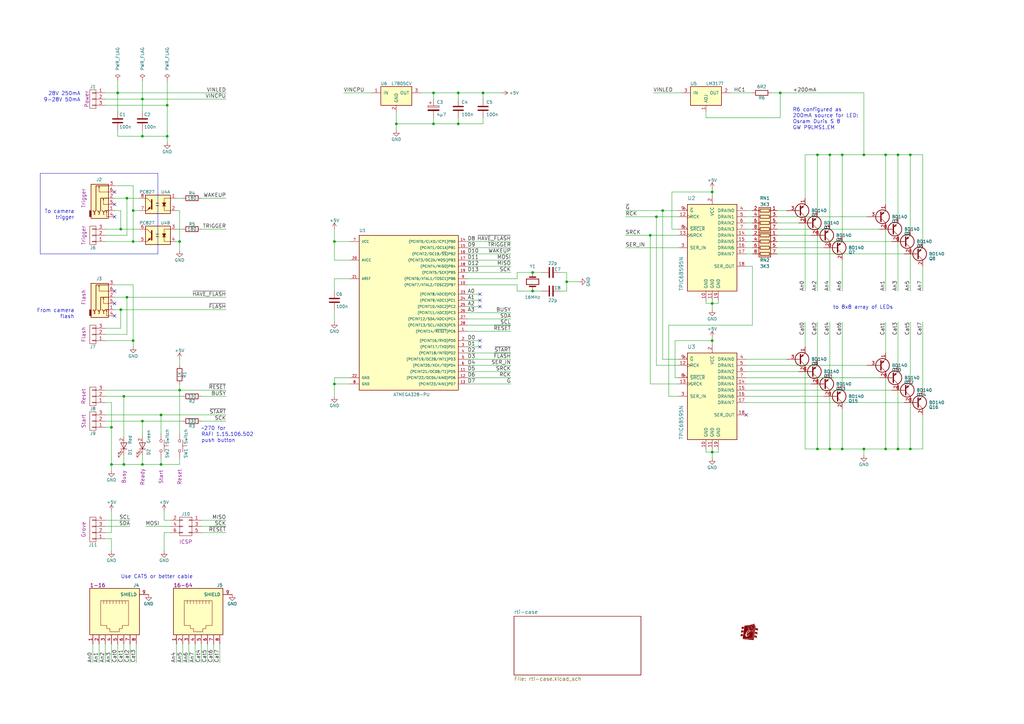
<source format=kicad_sch>
(kicad_sch (version 20230121) (generator eeschema)
  (paper "A3")
  (title_block (title "LED-Driver for RTI v 1.0") (rev "0.2") (company "CCeH Secret Labs"))
  (junction (at 340.36 63.5))
  (junction (at 48.26 38.1))
  (junction (at 50.8 162.56))
  (junction (at 177.8 38.1))
  (junction (at 177.8 50.8))
  (junction (at 68.58 43.18))
  (junction (at 292.1 139.7))
  (junction (at 335.28 63.5))
  (junction (at 187.96 38.1))
  (junction (at 363.22 63.5))
  (junction (at 58.42 190.5))
  (junction (at 54.61 139.7))
  (junction (at 58.42 40.64))
  (junction (at 137.16 99.06))
  (junction (at 232.41 115.57))
  (junction (at 50.8 190.5))
  (junction (at 373.38 184.15))
  (junction (at 73.66 160.02))
  (junction (at 198.12 38.1))
  (junction (at 368.3 63.5))
  (junction (at 54.61 99.06))
  (junction (at 49.53 127))
  (junction (at 66.04 190.5))
  (junction (at 354.33 184.15))
  (junction (at 373.38 63.5))
  (junction (at 45.72 190.5))
  (junction (at 368.3 184.15))
  (junction (at 266.7 96.52))
  (junction (at 54.61 86.36))
  (junction (at 66.04 170.18))
  (junction (at 68.58 55.88))
  (junction (at 218.44 119.38))
  (junction (at 137.16 157.48))
  (junction (at 271.78 86.36))
  (junction (at 49.53 93.98))
  (junction (at 292.1 124.46))
  (junction (at 354.33 63.5))
  (junction (at 340.36 184.15))
  (junction (at 363.22 184.15))
  (junction (at 58.42 55.88))
  (junction (at 187.96 50.8))
  (junction (at 335.28 184.15))
  (junction (at 162.56 50.8))
  (junction (at 45.72 175.26))
  (junction (at 73.66 99.06))
  (junction (at 345.44 63.5))
  (junction (at 58.42 172.72))
  (junction (at 292.1 185.42))
  (junction (at 269.24 88.9))
  (junction (at 52.07 121.92))
  (junction (at 320.04 38.1))
  (junction (at 292.1 78.74))
  (junction (at 218.44 111.76))
  (junction (at 345.44 184.15))
  (junction (at 52.07 81.28))
  (no_connect (at 46.99 78.74))
  (no_connect (at 196.85 125.73))
  (no_connect (at 46.99 119.38))
  (no_connect (at 46.99 124.46))
  (no_connect (at 196.85 139.7))
  (no_connect (at 196.85 142.24))
  (no_connect (at 46.99 83.82))
  (no_connect (at 46.99 88.9))
  (no_connect (at 196.85 120.65))
  (no_connect (at 196.85 123.19))
  (no_connect (at 46.99 129.54))
  (no_connect (at 306.07 170.18))
  (wire (pts (xy 45.72 220.98) (xy 45.72 226.06)))
  (wire (pts (xy 365.76 160.02) (xy 306.07 160.02)))
  (wire (pts (xy 73.66 160.02) (xy 92.71 160.02)))
  (wire (pts (xy 209.55 154.94) (xy 191.77 154.94)))
  (wire (pts (xy 271.78 86.36) (xy 271.78 147.32)))
  (wire (pts (xy 58.42 172.72) (xy 58.42 179.07)))
  (wire (pts (xy 73.66 149.86) (xy 73.66 147.32)))
  (wire (pts (xy 354.33 63.5) (xy 363.22 63.5)))
  (wire (pts (xy 294.64 124.46) (xy 294.64 123.19)))
  (wire (pts (xy 256.54 96.52) (xy 266.7 96.52)))
  (wire (pts (xy 335.28 63.5) (xy 340.36 63.5)))
  (wire (pts (xy 54.61 99.06) (xy 57.15 99.06)))
  (wire (pts (xy 45.72 190.5) (xy 45.72 193.04)))
  (wire (pts (xy 72.39 264.16) (xy 72.39 271.78)))
  (wire (pts (xy 299.72 38.1) (xy 308.61 38.1)))
  (wire (pts (xy 43.18 43.18) (xy 68.58 43.18)))
  (wire (pts (xy 43.18 139.7) (xy 54.61 139.7)))
  (wire (pts (xy 373.38 165.1) (xy 373.38 184.15)))
  (wire (pts (xy 232.41 115.57) (xy 237.49 115.57)))
  (wire (pts (xy 306.07 99.06) (xy 308.61 99.06)))
  (wire (pts (xy 137.16 127) (xy 137.16 132.08)))
  (wire (pts (xy 73.66 190.5) (xy 73.66 187.96)))
  (wire (pts (xy 50.8 162.56) (xy 74.93 162.56)))
  (wire (pts (xy 330.2 81.28) (xy 330.2 63.5)))
  (wire (pts (xy 354.33 184.15) (xy 354.33 186.69)))
  (wire (pts (xy 137.16 93.98) (xy 137.16 99.06)))
  (wire (pts (xy 58.42 40.64) (xy 92.71 40.64)))
  (wire (pts (xy 46.99 86.36) (xy 49.53 86.36)))
  (wire (pts (xy 196.85 120.65) (xy 191.77 120.65)))
  (wire (pts (xy 335.28 96.52) (xy 335.28 119.38)))
  (wire (pts (xy 363.22 63.5) (xy 368.3 63.5)))
  (wire (pts (xy 316.23 38.1) (xy 320.04 38.1)))
  (wire (pts (xy 48.26 38.1) (xy 48.26 45.72)))
  (wire (pts (xy 68.58 43.18) (xy 68.58 55.88)))
  (wire (pts (xy 292.1 138.43) (xy 292.1 139.7)))
  (wire (pts (xy 143.51 99.06) (xy 137.16 99.06)))
  (wire (pts (xy 45.72 190.5) (xy 50.8 190.5)))
  (wire (pts (xy 363.22 154.94) (xy 363.22 184.15)))
  (wire (pts (xy 256.54 86.36) (xy 271.78 86.36)))
  (wire (pts (xy 289.56 185.42) (xy 292.1 185.42)))
  (wire (pts (xy 292.1 185.42) (xy 292.1 187.96)))
  (wire (pts (xy 43.18 99.06) (xy 54.61 99.06)))
  (wire (pts (xy 177.8 50.8) (xy 177.8 48.26)))
  (wire (pts (xy 48.26 264.16) (xy 48.26 271.78)))
  (wire (pts (xy 212.09 119.38) (xy 218.44 119.38)))
  (wire (pts (xy 58.42 53.34) (xy 58.42 55.88)))
  (wire (pts (xy 43.18 213.36) (xy 53.34 213.36)))
  (wire (pts (xy 191.77 135.89) (xy 209.55 135.89)))
  (wire (pts (xy 289.56 123.19) (xy 289.56 124.46)))
  (wire (pts (xy 368.3 160.02) (xy 368.3 184.15)))
  (wire (pts (xy 212.09 111.76) (xy 218.44 111.76)))
  (wire (pts (xy 275.59 93.98) (xy 275.59 78.74)))
  (wire (pts (xy 318.77 104.14) (xy 370.84 104.14)))
  (wire (pts (xy 54.61 86.36) (xy 54.61 99.06)))
  (wire (pts (xy 162.56 50.8) (xy 177.8 50.8)))
  (wire (pts (xy 345.44 96.52) (xy 345.44 63.5)))
  (wire (pts (xy 196.85 123.19) (xy 191.77 123.19)))
  (wire (pts (xy 279.4 38.1) (xy 267.97 38.1)))
  (wire (pts (xy 198.12 38.1) (xy 205.74 38.1)))
  (wire (pts (xy 49.53 93.98) (xy 57.15 93.98)))
  (polyline (pts (xy 64.77 71.12) (xy 64.77 104.14)))
  (wire (pts (xy 43.18 175.26) (xy 45.72 175.26)))
  (wire (pts (xy 373.38 132.08) (xy 373.38 154.94)))
  (wire (pts (xy 292.1 77.47) (xy 292.1 78.74)))
  (wire (pts (xy 232.41 119.38) (xy 229.87 119.38)))
  (wire (pts (xy 54.61 76.2) (xy 46.99 76.2)))
  (wire (pts (xy 306.07 86.36) (xy 308.61 86.36)))
  (wire (pts (xy 318.77 91.44) (xy 327.66 91.44)))
  (wire (pts (xy 48.26 38.1) (xy 92.71 38.1)))
  (wire (pts (xy 137.16 114.3) (xy 143.51 114.3)))
  (wire (pts (xy 209.55 101.6) (xy 191.77 101.6)))
  (wire (pts (xy 177.8 38.1) (xy 187.96 38.1)))
  (wire (pts (xy 256.54 88.9) (xy 269.24 88.9)))
  (wire (pts (xy 278.13 154.94) (xy 276.86 154.94)))
  (wire (pts (xy 43.18 162.56) (xy 50.8 162.56)))
  (wire (pts (xy 209.55 157.48) (xy 191.77 157.48)))
  (wire (pts (xy 209.55 111.76) (xy 191.77 111.76)))
  (wire (pts (xy 43.18 137.16) (xy 52.07 137.16)))
  (wire (pts (xy 330.2 152.4) (xy 330.2 184.15)))
  (wire (pts (xy 292.1 78.74) (xy 292.1 80.01)))
  (wire (pts (xy 58.42 190.5) (xy 58.42 186.69)))
  (wire (pts (xy 378.46 63.5) (xy 378.46 99.06)))
  (wire (pts (xy 306.07 109.22) (xy 308.61 109.22)))
  (wire (pts (xy 340.36 184.15) (xy 345.44 184.15)))
  (wire (pts (xy 177.8 50.8) (xy 187.96 50.8)))
  (wire (pts (xy 72.39 81.28) (xy 74.93 81.28)))
  (wire (pts (xy 137.16 157.48) (xy 137.16 162.56)))
  (wire (pts (xy 140.97 38.1) (xy 152.4 38.1)))
  (wire (pts (xy 292.1 185.42) (xy 294.64 185.42)))
  (wire (pts (xy 137.16 157.48) (xy 143.51 157.48)))
  (wire (pts (xy 87.63 264.16) (xy 87.63 271.78)))
  (wire (pts (xy 306.07 104.14) (xy 308.61 104.14)))
  (wire (pts (xy 52.07 96.52) (xy 52.07 81.28)))
  (wire (pts (xy 318.77 86.36) (xy 322.58 86.36)))
  (wire (pts (xy 66.04 177.8) (xy 66.04 170.18)))
  (wire (pts (xy 292.1 124.46) (xy 292.1 127)))
  (wire (pts (xy 66.04 170.18) (xy 92.71 170.18)))
  (wire (pts (xy 90.17 264.16) (xy 90.17 271.78)))
  (wire (pts (xy 43.18 96.52) (xy 52.07 96.52)))
  (wire (pts (xy 368.3 184.15) (xy 373.38 184.15)))
  (wire (pts (xy 209.55 147.32) (xy 191.77 147.32)))
  (wire (pts (xy 43.18 172.72) (xy 58.42 172.72)))
  (wire (pts (xy 49.53 127) (xy 92.71 127)))
  (wire (pts (xy 54.61 76.2) (xy 54.61 86.36)))
  (wire (pts (xy 306.07 101.6) (xy 308.61 101.6)))
  (wire (pts (xy 289.56 45.72) (xy 289.56 48.26)))
  (wire (pts (xy 306.07 162.56) (xy 337.82 162.56)))
  (wire (pts (xy 43.18 218.44) (xy 45.72 218.44)))
  (wire (pts (xy 345.44 184.15) (xy 354.33 184.15)))
  (wire (pts (xy 46.99 127) (xy 49.53 127)))
  (wire (pts (xy 368.3 132.08) (xy 368.3 149.86)))
  (wire (pts (xy 43.18 165.1) (xy 45.72 165.1)))
  (wire (pts (xy 58.42 33.02) (xy 58.42 40.64)))
  (wire (pts (xy 345.44 106.68) (xy 345.44 119.38)))
  (wire (pts (xy 38.1 264.16) (xy 38.1 271.78)))
  (wire (pts (xy 289.56 185.42) (xy 289.56 184.15)))
  (wire (pts (xy 198.12 50.8) (xy 198.12 48.26)))
  (wire (pts (xy 43.18 215.9) (xy 53.34 215.9)))
  (wire (pts (xy 212.09 114.3) (xy 212.09 111.76)))
  (polyline (pts (xy 64.77 104.14) (xy 16.51 104.14)))
  (wire (pts (xy 52.07 81.28) (xy 57.15 81.28)))
  (wire (pts (xy 198.12 38.1) (xy 198.12 40.64)))
  (wire (pts (xy 172.72 38.1) (xy 177.8 38.1)))
  (wire (pts (xy 43.18 220.98) (xy 45.72 220.98)))
  (wire (pts (xy 162.56 45.72) (xy 162.56 50.8)))
  (wire (pts (xy 306.07 157.48) (xy 332.74 157.48)))
  (wire (pts (xy 48.26 33.02) (xy 48.26 38.1)))
  (wire (pts (xy 196.85 139.7) (xy 191.77 139.7)))
  (wire (pts (xy 292.1 124.46) (xy 294.64 124.46)))
  (wire (pts (xy 292.1 123.19) (xy 292.1 124.46)))
  (wire (pts (xy 85.09 264.16) (xy 85.09 271.78)))
  (wire (pts (xy 82.55 213.36) (xy 92.71 213.36)))
  (wire (pts (xy 209.55 144.78) (xy 191.77 144.78)))
  (wire (pts (xy 58.42 190.5) (xy 66.04 190.5)))
  (wire (pts (xy 191.77 133.35) (xy 209.55 133.35)))
  (wire (pts (xy 335.28 147.32) (xy 335.28 132.08)))
  (wire (pts (xy 308.61 133.35) (xy 274.32 133.35)))
  (wire (pts (xy 66.04 190.5) (xy 73.66 190.5)))
  (wire (pts (xy 340.36 63.5) (xy 345.44 63.5)))
  (wire (pts (xy 330.2 91.44) (xy 330.2 119.38)))
  (wire (pts (xy 289.56 48.26) (xy 320.04 48.26)))
  (wire (pts (xy 137.16 119.38) (xy 137.16 114.3)))
  (wire (pts (xy 137.16 154.94) (xy 137.16 157.48)))
  (wire (pts (xy 209.55 104.14) (xy 191.77 104.14)))
  (wire (pts (xy 73.66 160.02) (xy 73.66 177.8)))
  (wire (pts (xy 378.46 184.15) (xy 378.46 170.18)))
  (wire (pts (xy 69.85 213.36) (xy 67.31 213.36)))
  (wire (pts (xy 266.7 96.52) (xy 278.13 96.52)))
  (wire (pts (xy 335.28 184.15) (xy 340.36 184.15)))
  (wire (pts (xy 274.32 162.56) (xy 278.13 162.56)))
  (wire (pts (xy 363.22 184.15) (xy 368.3 184.15)))
  (wire (pts (xy 49.53 86.36) (xy 49.53 93.98)))
  (wire (pts (xy 45.72 175.26) (xy 45.72 190.5)))
  (wire (pts (xy 43.18 93.98) (xy 49.53 93.98)))
  (wire (pts (xy 330.2 142.24) (xy 330.2 132.08)))
  (wire (pts (xy 373.38 119.38) (xy 373.38 104.14)))
  (wire (pts (xy 354.33 38.1) (xy 354.33 63.5)))
  (wire (pts (xy 363.22 83.82) (xy 363.22 63.5)))
  (wire (pts (xy 46.99 121.92) (xy 52.07 121.92)))
  (wire (pts (xy 55.88 264.16) (xy 55.88 271.78)))
  (wire (pts (xy 278.13 93.98) (xy 275.59 93.98)))
  (wire (pts (xy 191.77 116.84) (xy 212.09 116.84)))
  (wire (pts (xy 340.36 101.6) (xy 340.36 119.38)))
  (wire (pts (xy 378.46 109.22) (xy 378.46 119.38)))
  (wire (pts (xy 335.28 157.48) (xy 335.28 184.15)))
  (wire (pts (xy 306.07 149.86) (xy 355.6 149.86)))
  (wire (pts (xy 191.77 128.27) (xy 209.55 128.27)))
  (wire (pts (xy 209.55 152.4) (xy 191.77 152.4)))
  (wire (pts (xy 77.47 264.16) (xy 77.47 271.78)))
  (wire (pts (xy 48.26 55.88) (xy 58.42 55.88)))
  (wire (pts (xy 330.2 184.15) (xy 335.28 184.15)))
  (wire (pts (xy 187.96 50.8) (xy 187.96 48.26)))
  (wire (pts (xy 306.07 154.94) (xy 360.68 154.94)))
  (wire (pts (xy 187.96 38.1) (xy 198.12 38.1)))
  (wire (pts (xy 54.61 116.84) (xy 54.61 139.7)))
  (wire (pts (xy 162.56 50.8) (xy 162.56 53.34)))
  (polyline (pts (xy 16.51 71.12) (xy 64.77 71.12)))
  (wire (pts (xy 67.31 218.44) (xy 67.31 226.06)))
  (wire (pts (xy 308.61 109.22) (xy 308.61 133.35)))
  (wire (pts (xy 340.36 91.44) (xy 340.36 63.5)))
  (wire (pts (xy 191.77 114.3) (xy 212.09 114.3)))
  (wire (pts (xy 276.86 139.7) (xy 292.1 139.7)))
  (wire (pts (xy 82.55 162.56) (xy 92.71 162.56)))
  (wire (pts (xy 276.86 154.94) (xy 276.86 139.7)))
  (wire (pts (xy 43.18 170.18) (xy 66.04 170.18)))
  (wire (pts (xy 53.34 264.16) (xy 53.34 271.78)))
  (wire (pts (xy 306.07 147.32) (xy 322.58 147.32)))
  (wire (pts (xy 340.36 162.56) (xy 340.36 184.15)))
  (wire (pts (xy 196.85 125.73) (xy 191.77 125.73)))
  (wire (pts (xy 368.3 63.5) (xy 373.38 63.5)))
  (wire (pts (xy 137.16 99.06) (xy 137.16 106.68)))
  (wire (pts (xy 73.66 86.36) (xy 73.66 99.06)))
  (wire (pts (xy 68.58 33.02) (xy 68.58 43.18)))
  (wire (pts (xy 373.38 93.98) (xy 373.38 63.5)))
  (wire (pts (xy 209.55 109.22) (xy 191.77 109.22)))
  (wire (pts (xy 209.55 106.68) (xy 191.77 106.68)))
  (wire (pts (xy 363.22 119.38) (xy 363.22 93.98)))
  (wire (pts (xy 40.64 264.16) (xy 40.64 271.78)))
  (wire (pts (xy 74.93 264.16) (xy 74.93 271.78)))
  (wire (pts (xy 92.71 218.44) (xy 82.55 218.44)))
  (wire (pts (xy 306.07 152.4) (xy 327.66 152.4)))
  (wire (pts (xy 345.44 157.48) (xy 345.44 132.08)))
  (wire (pts (xy 306.07 91.44) (xy 308.61 91.44)))
  (wire (pts (xy 59.69 215.9) (xy 69.85 215.9)))
  (wire (pts (xy 45.72 264.16) (xy 45.72 271.78)))
  (wire (pts (xy 318.77 93.98) (xy 360.68 93.98)))
  (wire (pts (xy 306.07 96.52) (xy 308.61 96.52)))
  (wire (pts (xy 68.58 55.88) (xy 68.58 58.42)))
  (wire (pts (xy 74.93 93.98) (xy 72.39 93.98)))
  (wire (pts (xy 368.3 99.06) (xy 368.3 119.38)))
  (wire (pts (xy 52.07 121.92) (xy 92.71 121.92)))
  (wire (pts (xy 271.78 147.32) (xy 278.13 147.32)))
  (wire (pts (xy 80.01 264.16) (xy 80.01 271.78)))
  (wire (pts (xy 218.44 119.38) (xy 222.25 119.38)))
  (wire (pts (xy 48.26 53.34) (xy 48.26 55.88)))
  (wire (pts (xy 50.8 179.07) (xy 50.8 162.56)))
  (wire (pts (xy 177.8 38.1) (xy 177.8 40.64)))
  (wire (pts (xy 306.07 93.98) (xy 308.61 93.98)))
  (wire (pts (xy 345.44 63.5) (xy 354.33 63.5)))
  (wire (pts (xy 92.71 93.98) (xy 82.55 93.98)))
  (wire (pts (xy 58.42 55.88) (xy 68.58 55.88)))
  (wire (pts (xy 320.04 48.26) (xy 320.04 38.1)))
  (wire (pts (xy 43.18 264.16) (xy 43.18 271.78)))
  (wire (pts (xy 187.96 50.8) (xy 198.12 50.8)))
  (wire (pts (xy 54.61 139.7) (xy 54.61 142.24)))
  (wire (pts (xy 45.72 165.1) (xy 45.72 175.26)))
  (wire (pts (xy 368.3 88.9) (xy 368.3 63.5)))
  (wire (pts (xy 45.72 218.44) (xy 45.72 209.55)))
  (wire (pts (xy 275.59 78.74) (xy 292.1 78.74)))
  (wire (pts (xy 289.56 124.46) (xy 292.1 124.46)))
  (wire (pts (xy 69.85 218.44) (xy 67.31 218.44)))
  (wire (pts (xy 232.41 111.76) (xy 232.41 115.57)))
  (wire (pts (xy 58.42 172.72) (xy 74.93 172.72)))
  (wire (pts (xy 58.42 40.64) (xy 58.42 45.72)))
  (wire (pts (xy 92.71 215.9) (xy 82.55 215.9)))
  (wire (pts (xy 292.1 184.15) (xy 292.1 185.42)))
  (wire (pts (xy 278.13 101.6) (xy 256.54 101.6)))
  (wire (pts (xy 335.28 86.36) (xy 335.28 63.5)))
  (wire (pts (xy 229.87 111.76) (xy 232.41 111.76)))
  (wire (pts (xy 73.66 99.06) (xy 72.39 99.06)))
  (wire (pts (xy 43.18 38.1) (xy 48.26 38.1)))
  (wire (pts (xy 266.7 96.52) (xy 266.7 157.48)))
  (wire (pts (xy 378.46 132.08) (xy 378.46 160.02)))
  (wire (pts (xy 218.44 111.76) (xy 222.25 111.76)))
  (wire (pts (xy 54.61 86.36) (xy 57.15 86.36)))
  (wire (pts (xy 43.18 40.64) (xy 58.42 40.64)))
  (wire (pts (xy 50.8 190.5) (xy 58.42 190.5)))
  (wire (pts (xy 52.07 137.16) (xy 52.07 121.92)))
  (wire (pts (xy 318.77 96.52) (xy 332.74 96.52)))
  (wire (pts (xy 363.22 144.78) (xy 363.22 132.08)))
  (wire (pts (xy 318.77 101.6) (xy 337.82 101.6)))
  (wire (pts (xy 209.55 99.06) (xy 191.77 99.06)))
  (wire (pts (xy 191.77 130.81) (xy 209.55 130.81)))
  (wire (pts (xy 345.44 167.64) (xy 345.44 184.15)))
  (wire (pts (xy 50.8 190.5) (xy 50.8 186.69)))
  (wire (pts (xy 269.24 149.86) (xy 278.13 149.86)))
  (wire (pts (xy 292.1 139.7) (xy 292.1 140.97)))
  (wire (pts (xy 269.24 88.9) (xy 269.24 149.86)))
  (wire (pts (xy 72.39 86.36) (xy 73.66 86.36)))
  (wire (pts (xy 82.55 172.72) (xy 92.71 172.72)))
  (wire (pts (xy 373.38 63.5) (xy 378.46 63.5)))
  (wire (pts (xy 67.31 213.36) (xy 67.31 209.55)))
  (wire (pts (xy 49.53 134.62) (xy 49.53 127)))
  (wire (pts (xy 212.09 116.84) (xy 212.09 119.38)))
  (wire (pts (xy 73.66 99.06) (xy 73.66 102.87)))
  (wire (pts (xy 209.55 149.86) (xy 191.77 149.86)))
  (wire (pts (xy 43.18 134.62) (xy 49.53 134.62)))
  (polyline (pts (xy 16.51 104.14) (xy 16.51 71.12)))
  (wire (pts (xy 43.18 160.02) (xy 73.66 160.02)))
  (wire (pts (xy 340.36 152.4) (xy 340.36 132.08)))
  (wire (pts (xy 318.77 99.06) (xy 365.76 99.06)))
  (wire (pts (xy 266.7 157.48) (xy 278.13 157.48)))
  (wire (pts (xy 92.71 81.28) (xy 82.55 81.28)))
  (wire (pts (xy 306.07 165.1) (xy 370.84 165.1)))
  (wire (pts (xy 271.78 86.36) (xy 278.13 86.36)))
  (wire (pts (xy 46.99 81.28) (xy 52.07 81.28)))
  (wire (pts (xy 320.04 38.1) (xy 354.33 38.1)))
  (wire (pts (xy 73.66 157.48) (xy 73.66 160.02)))
  (wire (pts (xy 274.32 133.35) (xy 274.32 162.56)))
  (wire (pts (xy 294.64 185.42) (xy 294.64 184.15)))
  (wire (pts (xy 373.38 184.15) (xy 378.46 184.15)))
  (wire (pts (xy 143.51 154.94) (xy 137.16 154.94)))
  (wire (pts (xy 54.61 116.84) (xy 46.99 116.84)))
  (wire (pts (xy 269.24 88.9) (xy 278.13 88.9)))
  (wire (pts (xy 330.2 63.5) (xy 335.28 63.5)))
  (wire (pts (xy 137.16 106.68) (xy 143.51 106.68)))
  (wire (pts (xy 318.77 88.9) (xy 355.6 88.9)))
  (wire (pts (xy 187.96 38.1) (xy 187.96 40.64)))
  (wire (pts (xy 306.07 88.9) (xy 308.61 88.9)))
  (wire (pts (xy 82.55 264.16) (xy 82.55 271.78)))
  (wire (pts (xy 354.33 184.15) (xy 363.22 184.15)))
  (wire (pts (xy 196.85 142.24) (xy 191.77 142.24)))
  (wire (pts (xy 232.41 115.57) (xy 232.41 119.38)))
  (wire (pts (xy 66.04 190.5) (xy 66.04 187.96)))
  (wire (pts (xy 50.8 264.16) (xy 50.8 271.78)))
  (text "9-28V 50mA" (at 33.02 41.91 0) (effects (font (size 1.524 1.524)) (justify right bottom)))
  (text "To camera\ntrigger" (at 30.48 90.17 0) (effects (font (size 1.524 1.524)) (justify right bottom)))
  (text "Use CAT5 or better cable" (at 49.53 237.49 0) (effects (font (size 1.524 1.524)) (justify left bottom)))
  (text "~270 for \nRAFI 1.15.106.502\npush button" (at 82.55 181.61 0) (effects (font (size 1.524 1.524)) (justify left bottom)))
  (text "R6 configured as \n200mA source for LED:\nOsram Duris S 8\nGW P9LMS1.EM" (at 325.12 53.34 0) (effects (font (size 1.524 1.524)) (justify left bottom)))
  (text "From camera\nflash" (at 30.48 130.81 0) (effects (font (size 1.524 1.524)) (justify right bottom)))
  (text "28V 250mA" (at 33.02 39.37 0) (effects (font (size 1.524 1.524)) (justify right bottom)))
  (text "to 8x8 array of LEDs" (at 341.63 127 0) (effects (font (size 1.524 1.524)) (justify left bottom)))
  (label "D9" (at 191.77 101.6 0) (effects (font (size 1.524 1.524))))
  (label "Cat1" (at 363.22 132.08 270) (effects (font (size 1.524 1.524))))
  (label "A1" (at 191.77 123.19 0) (effects (font (size 1.524 1.524))))
  (label "An5" (at 74.93 271.78 90) (effects (font (size 1.524 1.524))))
  (label "TRIGGER" (at 92.71 93.98 180) (effects (font (size 1.524 1.524))))
  (label "+200mA" (at 325.12 38.1 0) (effects (font (size 1.524 1.524))))
  (label "Cat0" (at 48.26 271.78 90) (effects (font (size 1.524 1.524))))
  (label "~{START}" (at 92.71 170.18 180) (effects (font (size 1.524 1.524))))
  (label "VINCPU" (at 92.71 40.64 180) (effects (font (size 1.524 1.524))))
  (label "~{G}" (at 256.54 86.36 0) (effects (font (size 1.524 1.524))))
  (label "An5" (at 373.38 119.38 90) (effects (font (size 1.524 1.524))))
  (label "Cat3" (at 55.88 271.78 90) (effects (font (size 1.524 1.524))))
  (label "~{FLASH}" (at 209.55 147.32 180) (effects (font (size 1.524 1.524))))
  (label "An0" (at 38.1 271.78 90) (effects (font (size 1.524 1.524))))
  (label "An3" (at 368.3 119.38 90) (effects (font (size 1.524 1.524))))
  (label "An7" (at 378.46 119.38 90) (effects (font (size 1.524 1.524))))
  (label "D2" (at 191.77 144.78 0) (effects (font (size 1.524 1.524))))
  (label "An6" (at 77.47 271.78 90) (effects (font (size 1.524 1.524))))
  (label "SER_IN" (at 256.54 101.6 0) (effects (font (size 1.524 1.524))))
  (label "SCK" (at 92.71 172.72 180) (effects (font (size 1.524 1.524))))
  (label "A3" (at 191.77 128.27 0) (effects (font (size 1.524 1.524))))
  (label "SCK" (at 92.71 215.9 180) (effects (font (size 1.524 1.524))))
  (label "An3" (at 45.72 271.78 90) (effects (font (size 1.524 1.524))))
  (label "An6" (at 345.44 119.38 90) (effects (font (size 1.524 1.524))))
  (label "~{START}" (at 209.55 144.78 180) (effects (font (size 1.524 1.524))))
  (label "D6" (at 191.77 154.94 0) (effects (font (size 1.524 1.524))))
  (label "SDA" (at 209.55 130.81 180) (effects (font (size 1.524 1.524))))
  (label "SCL" (at 209.55 133.35 180) (effects (font (size 1.524 1.524))))
  (label "SRCK" (at 209.55 152.4 180) (effects (font (size 1.524 1.524))))
  (label "~{RESET}" (at 92.71 160.02 180) (effects (font (size 1.524 1.524))))
  (label "D13" (at 191.77 111.76 0) (effects (font (size 1.524 1.524))))
  (label "D10" (at 191.77 104.14 0) (effects (font (size 1.524 1.524))))
  (label "~{FLASH}" (at 92.71 127 180) (effects (font (size 1.524 1.524))))
  (label "~{HAVE_FLASH}" (at 209.55 99.06 180) (effects (font (size 1.524 1.524))))
  (label "D8" (at 191.77 99.06 0) (effects (font (size 1.524 1.524))))
  (label "MOSI" (at 59.69 215.9 0) (effects (font (size 1.524 1.524))))
  (label "Cat1" (at 50.8 271.78 90) (effects (font (size 1.524 1.524))))
  (label "~{G}" (at 209.55 157.48 180) (effects (font (size 1.524 1.524))))
  (label "A2" (at 191.77 125.73 0) (effects (font (size 1.524 1.524))))
  (label "SRCK" (at 256.54 96.52 0) (effects (font (size 1.524 1.524))))
  (label "A0" (at 191.77 120.65 0) (effects (font (size 1.524 1.524))))
  (label "VINCPU" (at 140.97 38.1 0) (effects (font (size 1.524 1.524))))
  (label "D0" (at 191.77 139.7 0) (effects (font (size 1.524 1.524))))
  (label "Cat6" (at 87.63 271.78 90) (effects (font (size 1.524 1.524))))
  (label "Cat5" (at 85.09 271.78 90) (effects (font (size 1.524 1.524))))
  (label "~{RESET}" (at 92.71 218.44 180) (effects (font (size 1.524 1.524))))
  (label "TRIGGER" (at 209.55 101.6 180) (effects (font (size 1.524 1.524))))
  (label "RCK" (at 209.55 154.94 180) (effects (font (size 1.524 1.524))))
  (label "An2" (at 43.18 271.78 90) (effects (font (size 1.524 1.524))))
  (label "Cat4" (at 82.55 271.78 90) (effects (font (size 1.524 1.524))))
  (label "D4" (at 191.77 149.86 0) (effects (font (size 1.524 1.524))))
  (label "WAKEUP" (at 209.55 104.14 180) (effects (font (size 1.524 1.524))))
  (label "Cat7" (at 378.46 132.08 270) (effects (font (size 1.524 1.524))))
  (label "BUSY" (at 92.71 162.56 180) (effects (font (size 1.524 1.524))))
  (label "An0" (at 330.2 119.38 90) (effects (font (size 1.524 1.524))))
  (label "D1" (at 191.77 142.24 0) (effects (font (size 1.524 1.524))))
  (label "D12" (at 191.77 109.22 0) (effects (font (size 1.524 1.524))))
  (label "Cat2" (at 53.34 271.78 90) (effects (font (size 1.524 1.524))))
  (label "Cat6" (at 345.44 132.08 270) (effects (font (size 1.524 1.524))))
  (label "BUSY" (at 209.55 128.27 180) (effects (font (size 1.524 1.524))))
  (label "MOSI" (at 209.55 106.68 180) (effects (font (size 1.524 1.524))))
  (label "VINLED" (at 92.71 38.1 180) (effects (font (size 1.524 1.524))))
  (label "~{HAVE_FLASH}" (at 92.71 121.92 180) (effects (font (size 1.524 1.524))))
  (label "Cat7" (at 90.17 271.78 90) (effects (font (size 1.524 1.524))))
  (label "An2" (at 335.28 119.38 90) (effects (font (size 1.524 1.524))))
  (label "An7" (at 80.01 271.78 90) (effects (font (size 1.524 1.524))))
  (label "VINLED" (at 267.97 38.1 0) (effects (font (size 1.524 1.524))))
  (label "D11" (at 191.77 106.68 0) (effects (font (size 1.524 1.524))))
  (label "SCK" (at 209.55 111.76 180) (effects (font (size 1.524 1.524))))
  (label "HC1" (at 300.99 38.1 0) (effects (font (size 1.524 1.524))))
  (label "Cat4" (at 340.36 132.08 270) (effects (font (size 1.524 1.524))))
  (label "WAKEUP" (at 92.71 81.28 180) (effects (font (size 1.524 1.524))))
  (label "Cat5" (at 373.38 132.08 270) (effects (font (size 1.524 1.524))))
  (label "An4" (at 340.36 119.38 90) (effects (font (size 1.524 1.524))))
  (label "SCL" (at 53.34 213.36 180) (effects (font (size 1.524 1.524))))
  (label "D7" (at 191.77 157.48 0) (effects (font (size 1.524 1.524))))
  (label "An4" (at 72.39 271.78 90) (effects (font (size 1.524 1.524))))
  (label "D5" (at 191.77 152.4 0) (effects (font (size 1.524 1.524))))
  (label "MISO" (at 92.71 213.36 180) (effects (font (size 1.524 1.524))))
  (label "~{RESET}" (at 209.55 135.89 180) (effects (font (size 1.524 1.524))))
  (label "D3" (at 191.77 147.32 0) (effects (font (size 1.524 1.524))))
  (label "SER_IN" (at 209.55 149.86 180) (effects (font (size 1.524 1.524))))
  (label "Cat2" (at 335.28 132.08 270) (effects (font (size 1.524 1.524))))
  (label "Cat0" (at 330.2 132.08 270) (effects (font (size 1.524 1.524))))
  (label "MISO" (at 209.55 109.22 180) (effects (font (size 1.524 1.524))))
  (label "An1" (at 363.22 119.38 90) (effects (font (size 1.524 1.524))))
  (label "RCK" (at 256.54 88.9 0) (effects (font (size 1.524 1.524))))
  (label "An1" (at 40.64 271.78 90) (effects (font (size 1.524 1.524))))
  (label "Cat3" (at 368.3 132.08 270) (effects (font (size 1.524 1.524))))
  (label "SDA" (at 53.34 215.9 180) (effects (font (size 1.524 1.524))))
  (symbol (lib_id "rti-rescue:GND-power1") (at 73.66 102.87 0) (mirror y) (unit 1)
    (property "Reference" "#PWR01" (effects hide))
    (property "Value" "GND" (at 73.66 106.68 0))
  )
  (symbol (lib_id "rti-rescue:R-device") (at 78.74 81.28 270) (mirror x) (unit 1)
    (property "Reference" "R4" (at 78.74 79.248 90))
    (property "Value" "180" (at 78.74 81.28 90))
    (property "Footprint" "Resistors_THT:R_Axial_DIN0207_L6.3mm_D2.5mm_P2.54mm_Vertical" (effects hide))
    (property "Reichelt" "11563" (effects hide))
  )
  (symbol (lib_id "rti-rescue:R-device") (at 78.74 93.98 270) (mirror x) (unit 1)
    (property "Reference" "R5" (at 78.74 91.948 90))
    (property "Value" "180" (at 78.74 93.98 90))
    (property "Footprint" "Resistors_THT:R_Axial_DIN0207_L6.3mm_D2.5mm_P2.54mm_Vertical" (effects hide))
  )
  (symbol (lib_id "rti-rescue:LM317T-regul") (at 289.56 39.37 0) (unit 1)
    (property "Reference" "U5" (at 284.48 34.29 0))
    (property "Value" "LM317T" (at 289.56 34.29 0) (effects (justify left)))
    (property "Footprint" "TO_SOT_Packages_THT:TO-220_Vertical" (effects hide))
    (property "Octopart" "lm317t-stmicroelectronics-55399324" (effects hide))
    (property "Reichelt" "10458" (effects hide))
  )
  (symbol (lib_id "rti-rescue:R-device") (at 312.42 38.1 270) (unit 1)
    (property "Reference" "R6" (at 312.42 40.132 90))
    (property "Value" "6R2" (at 312.42 35.56 90))
    (property "Footprint" "Resistors_THT:R_Axial_DIN0207_L6.3mm_D2.5mm_P2.54mm_Vertical" (effects hide))
    (property "Rating" "0W25 1%" (effects hide))
    (property "Reichelt" "11898" (effects hide))
    (property "Criticality" "important" (effects hide))
  )
  (symbol (lib_id "rti-rescue:BD140-transistors") (at 327.66 147.32 0) (mirror x) (unit 1)
    (property "Reference" "Q9" (at 332.74 149.225 0) (effects (justify left)))
    (property "Value" "BD140" (at 332.74 147.32 0) (effects (justify left)))
    (property "Footprint" "TO_SOT_Packages_THT:TO-126_Vertical" (effects hide))
  )
  (symbol (lib_id "rti-rescue:GND-power1") (at 354.33 186.69 0) (unit 1)
    (property "Reference" "#PWR02" (effects hide))
    (property "Value" "GND" (at 354.33 190.5 0))
  )
  (symbol (lib_id "rti-rescue:C-device") (at 58.42 49.53 0) (unit 1)
    (property "Reference" "C2" (at 59.055 46.99 0) (effects (justify left)))
    (property "Value" "100n" (at 59.055 52.07 0) (effects (justify left)))
    (property "Footprint" "Capacitors_THT:C_Disc_D7.5mm_W2.5mm_P5.00mm" (effects hide))
    (property "Rating" "63V" (effects hide))
  )
  (symbol (lib_id "rti-rescue:SW_Push-switches") (at 66.04 182.88 270) (mirror x) (unit 1)
    (property "Reference" "SW2" (at 68.58 187.96 0) (effects (justify left)))
    (property "Value" "Switch" (at 68.58 179.07 0))
    (property "Footprint" "Buttons_Switches_THT:SW_PUSH_6mm_h7.3mm" (effects hide))
    (property "Reichelt" "44583" (effects hide))
    (property "Legend" "Start" (at 66.04 195.58 0) (effects (font (size 1.524 1.524))))
  )
  (symbol (lib_id "rti-rescue:GND-power1") (at 45.72 193.04 0) (mirror y) (unit 1)
    (property "Reference" "#PWR03" (effects hide))
    (property "Value" "GND" (at 45.72 196.85 0))
  )
  (symbol (lib_id "tpic6b595:TPIC6B595N") (at 292.1 101.6 0) (unit 1)
    (property "Reference" "U2" (at 281.94 81.28 0) (effects (font (size 1.524 1.524)) (justify left)))
    (property "Value" "TPIC6B595N" (at 279.4 119.38 90) (effects (font (size 1.524 1.524)) (justify left)))
    (property "Footprint" "Housings_DIP:DIP-20_W7.62mm" (effects hide))
    (property "Criticality" "critical" (effects hide))
    (property "Vendor" "Texas Instruments" (effects hide))
    (property "PartNo" "TPIC6B595N" (effects hide))
  )
  (symbol (lib_id "tpic6b595:TPIC6B595N") (at 292.1 162.56 0) (unit 1)
    (property "Reference" "U3" (at 281.94 142.24 0) (effects (font (size 1.524 1.524)) (justify left)))
    (property "Value" "TPIC6B595N" (at 279.4 180.34 90) (effects (font (size 1.524 1.524)) (justify left)))
    (property "Footprint" "Housings_DIP:DIP-20_W7.62mm" (effects hide))
    (property "Criticality" "critical" (effects hide))
    (property "Vendor" "Texas Instruments" (effects hide))
    (property "PartNo" "TPIC6B595N" (effects hide))
  )
  (symbol (lib_id "rti-rescue:GND-power1") (at 292.1 187.96 0) (unit 1)
    (property "Reference" "#PWR04" (effects hide))
    (property "Value" "GND" (at 292.1 191.77 0))
  )
  (symbol (lib_id "rti-rescue:GND-power1") (at 292.1 127 0) (unit 1)
    (property "Reference" "#PWR05" (effects hide))
    (property "Value" "GND" (at 292.1 130.81 0))
  )
  (symbol (lib_id "rti-rescue:CONN_02X03-conn") (at 76.2 215.9 0) (mirror y) (unit 1)
    (property "Reference" "J10" (at 76.2 210.82 0))
    (property "Value" "Header 2x3" (effects hide))
    (property "Footprint" "Pin_Headers:Pin_Header_Straight_2x03_Pitch2.54mm" (effects hide))
    (property "Reichelt" "119893" (effects hide))
    (property "Legend" "ICSP" (at 76.2 222.25 0) (effects (font (size 1.524 1.524))))
  )
  (symbol (lib_id "rti-rescue:GND-power1") (at 67.31 226.06 0) (mirror y) (unit 1)
    (property "Reference" "#PWR06" (effects hide))
    (property "Value" "GND" (at 67.31 229.87 0))
  )
  (symbol (lib_id "rti-rescue:+5V-power1") (at 67.31 209.55 0) (mirror y) (unit 1)
    (property "Reference" "#PWR07" (effects hide))
    (property "Value" "+5V" (at 67.31 205.994 0))
  )
  (symbol (lib_id "rti-rescue:GND-power1") (at 162.56 53.34 0) (unit 1)
    (property "Reference" "#PWR08" (effects hide))
    (property "Value" "GND" (at 162.56 57.15 0))
  )
  (symbol (lib_id "rti-rescue:LED-device") (at 58.42 182.88 270) (mirror x) (unit 1)
    (property "Reference" "D2" (at 60.96 185.42 0))
    (property "Value" "Green" (at 60.96 179.07 0))
    (property "Footprint" "LEDs:LED_D5.0mm" (effects hide))
    (property "Reichelt" "10232" (effects hide))
    (property "Legend" "Ready" (at 58.42 195.58 0) (effects (font (size 1.524 1.524))))
  )
  (symbol (lib_id "rti-rescue:+5V-power1") (at 205.74 38.1 270) (unit 1)
    (property "Reference" "#PWR09" (effects hide))
    (property "Value" "+5V" (at 210.82 38.1 90))
  )
  (symbol (lib_id "rti-rescue:ATMEGA328P-PU-atmel") (at 166.37 127 0) (unit 1)
    (property "Reference" "U1" (at 147.32 95.25 0) (effects (justify left bottom)))
    (property "Value" "ATMEGA328-PU" (at 161.29 162.56 0) (effects (justify left bottom)))
    (property "Footprint" "Housings_DIP:DIP-28_W7.62mm" (effects hide))
    (property "Octopart" "atmega328-pu-microchip-77760210" (effects hide))
    (property "Reichelt" "119685" (effects hide))
    (property "Criticality" "critical" (effects hide))
    (property "Vendor" "Microchip" (effects hide))
    (property "PartNo" "ATMEGA328-PU" (effects hide))
  )
  (symbol (lib_id "rti-rescue:Crystal-device") (at 218.44 115.57 270) (unit 1)
    (property "Reference" "Y1" (at 218.44 109.22 90))
    (property "Value" "16MHz" (at 218.44 121.92 90))
    (property "Footprint" "Crystals:Crystal_HC49-U_Vertical" (effects hide))
    (property "Reichelt" "32852" (effects hide))
  )
  (symbol (lib_id "rti-rescue:C-device") (at 226.06 111.76 270) (unit 1)
    (property "Reference" "C7" (at 227.33 110.49 90) (effects (justify left)))
    (property "Value" "22p" (at 224.79 107.95 90) (effects (justify left)))
    (property "Footprint" "Capacitors_THT:C_Disc_D5.0mm_W2.5mm_P2.50mm" (effects hide))
    (property "Reichelt" "9281" (effects hide))
  )
  (symbol (lib_id "rti-rescue:C-device") (at 226.06 119.38 270) (unit 1)
    (property "Reference" "C8" (at 227.33 118.11 90) (effects (justify left)))
    (property "Value" "22p" (at 224.79 123.19 90) (effects (justify left)))
    (property "Footprint" "Capacitors_THT:C_Disc_D5.0mm_W2.5mm_P2.50mm" (effects hide))
  )
  (symbol (lib_id "rti-rescue:GND-power1") (at 237.49 115.57 90) (unit 1)
    (property "Reference" "#PWR010" (effects hide))
    (property "Value" "GND" (at 241.3 115.57 0))
  )
  (symbol (lib_id "rti-rescue:+5V-power1") (at 292.1 138.43 0) (unit 1)
    (property "Reference" "#PWR011" (effects hide))
    (property "Value" "+5V" (at 292.1 134.874 0))
  )
  (symbol (lib_id "rti-rescue:+5V-power1") (at 292.1 77.47 0) (unit 1)
    (property "Reference" "#PWR012" (effects hide))
    (property "Value" "+5V" (at 292.1 73.914 0))
  )
  (symbol (lib_id "rti-rescue:C-device") (at 137.16 123.19 0) (unit 1)
    (property "Reference" "C6" (at 137.795 120.65 0) (effects (justify left)))
    (property "Value" "100n" (at 137.795 125.73 0) (effects (justify left)))
    (property "Footprint" "Capacitors_THT:C_Disc_D7.5mm_W2.5mm_P5.00mm" (effects hide))
    (property "Rating" "63V" (effects hide))
  )
  (symbol (lib_id "rti-rescue:GND-power1") (at 137.16 132.08 0) (unit 1)
    (property "Reference" "#PWR013" (effects hide))
    (property "Value" "GND" (at 137.16 135.89 0))
  )
  (symbol (lib_id "rti-rescue:+5V-power1") (at 137.16 93.98 0) (unit 1)
    (property "Reference" "#PWR014" (effects hide))
    (property "Value" "+5V" (at 137.16 90.424 0))
  )
  (symbol (lib_id "rti-rescue:GND-power1") (at 137.16 162.56 0) (unit 1)
    (property "Reference" "#PWR015" (effects hide))
    (property "Value" "GND" (at 137.16 166.37 0))
  )
  (symbol (lib_id "rti-rescue:CP-device") (at 177.8 44.45 0) (unit 1)
    (property "Reference" "C3" (at 179.07 41.91 0) (effects (justify left)))
    (property "Value" "4µ7" (at 179.07 46.99 0) (effects (justify left)))
    (property "Footprint" "Capacitors_THT:CP_Radial_D5.0mm_P2.00mm" (effects hide))
    (property "Rating" "16V low ESR" (effects hide))
    (property "Reichelt" "84583" (effects hide))
  )
  (symbol (lib_id "rti-rescue:SW_Push-switches") (at 73.66 182.88 270) (mirror x) (unit 1)
    (property "Reference" "SW1" (at 76.2 187.96 0) (effects (justify left)))
    (property "Value" "Switch" (at 76.2 179.07 0))
    (property "Footprint" "Buttons_Switches_THT:SW_PUSH_6mm_h7.3mm" (effects hide))
    (property "Legend" "Reset" (at 73.66 195.58 0) (effects (font (size 1.524 1.524))))
  )
  (symbol (lib_id "rti-rescue:R-device") (at 73.66 153.67 0) (unit 1)
    (property "Reference" "R1" (at 75.692 153.67 90))
    (property "Value" "1K" (at 73.66 153.67 90))
    (property "Footprint" "Resistors_THT:R_Axial_DIN0207_L6.3mm_D2.5mm_P2.54mm_Vertical" (effects hide))
    (property "Reichelt" "11403" (effects hide))
  )
  (symbol (lib_id "rti-rescue:+5V-power1") (at 73.66 147.32 0) (unit 1)
    (property "Reference" "#PWR016" (effects hide))
    (property "Value" "+5V" (at 73.66 143.764 0))
  )
  (symbol (lib_id "rti-rescue:R-device") (at 78.74 172.72 270) (unit 1)
    (property "Reference" "R3" (at 78.74 174.752 90))
    (property "Value" "330" (at 78.74 172.72 90))
    (property "Footprint" "Resistors_THT:R_Axial_DIN0207_L6.3mm_D2.5mm_P2.54mm_Vertical" (effects hide))
  )
  (symbol (lib_id "rti-rescue:BD140-transistors") (at 327.66 86.36 0) (mirror x) (unit 1)
    (property "Reference" "Q1" (at 332.74 88.265 0) (effects (justify left)))
    (property "Value" "BD140" (at 332.74 86.36 0) (effects (justify left)))
    (property "Footprint" "TO_SOT_Packages_THT:TO-126_Vertical" (effects hide))
    (property "Octopart" "bd14016stu-fairchild+semiconductor-354676" (effects hide))
    (property "Reichelt" "79489" (effects hide))
  )
  (symbol (lib_id "rti-rescue:BD140-transistors") (at 332.74 91.44 0) (mirror x) (unit 1)
    (property "Reference" "Q3" (at 337.82 93.345 0) (effects (justify left)))
    (property "Value" "BD140" (at 337.82 91.44 0) (effects (justify left)))
    (property "Footprint" "TO_SOT_Packages_THT:TO-126_Vertical" (effects hide))
  )
  (symbol (lib_id "rti-rescue:BD140-transistors") (at 342.9 101.6 0) (mirror x) (unit 1)
    (property "Reference" "Q7" (at 347.98 103.505 0) (effects (justify left)))
    (property "Value" "BD140" (at 347.98 101.6 0) (effects (justify left)))
    (property "Footprint" "TO_SOT_Packages_THT:TO-126_Vertical" (effects hide))
  )
  (symbol (lib_id "rti-rescue:BD140-transistors") (at 337.82 96.52 0) (mirror x) (unit 1)
    (property "Reference" "Q5" (at 342.9 98.425 0) (effects (justify left)))
    (property "Value" "BD140" (at 342.9 96.52 0) (effects (justify left)))
    (property "Footprint" "TO_SOT_Packages_THT:TO-126_Vertical" (effects hide))
  )
  (symbol (lib_id "rti-rescue:BD140-transistors") (at 360.68 88.9 0) (mirror x) (unit 1)
    (property "Reference" "Q2" (at 365.76 90.805 0) (effects (justify left)))
    (property "Value" "BD140" (at 365.76 88.9 0) (effects (justify left)))
    (property "Footprint" "TO_SOT_Packages_THT:TO-126_Vertical" (effects hide))
  )
  (symbol (lib_id "rti-rescue:BD140-transistors") (at 365.76 93.98 0) (mirror x) (unit 1)
    (property "Reference" "Q4" (at 370.84 95.885 0) (effects (justify left)))
    (property "Value" "BD140" (at 370.84 93.98 0) (effects (justify left)))
    (property "Footprint" "TO_SOT_Packages_THT:TO-126_Vertical" (effects hide))
  )
  (symbol (lib_id "rti-rescue:BD140-transistors") (at 370.84 99.06 0) (mirror x) (unit 1)
    (property "Reference" "Q6" (at 375.92 100.965 0) (effects (justify left)))
    (property "Value" "BD140" (at 375.92 99.06 0) (effects (justify left)))
    (property "Footprint" "TO_SOT_Packages_THT:TO-126_Vertical" (effects hide))
  )
  (symbol (lib_id "rti-rescue:BD140-transistors") (at 375.92 104.14 0) (mirror x) (unit 1)
    (property "Reference" "Q8" (at 381 106.045 0) (effects (justify left)))
    (property "Value" "BD140" (at 381 104.14 0) (effects (justify left)))
    (property "Footprint" "TO_SOT_Packages_THT:TO-126_Vertical" (effects hide))
  )
  (symbol (lib_id "rti-rescue:BD140-transistors") (at 332.74 152.4 0) (mirror x) (unit 1)
    (property "Reference" "Q11" (at 337.82 154.305 0) (effects (justify left)))
    (property "Value" "BD140" (at 337.82 152.4 0) (effects (justify left)))
    (property "Footprint" "TO_SOT_Packages_THT:TO-126_Vertical" (effects hide))
  )
  (symbol (lib_id "rti-rescue:BD140-transistors") (at 337.82 157.48 0) (mirror x) (unit 1)
    (property "Reference" "Q13" (at 342.9 159.385 0) (effects (justify left)))
    (property "Value" "BD140" (at 342.9 157.48 0) (effects (justify left)))
    (property "Footprint" "TO_SOT_Packages_THT:TO-126_Vertical" (effects hide))
  )
  (symbol (lib_id "rti-rescue:BD140-transistors") (at 342.9 162.56 0) (mirror x) (unit 1)
    (property "Reference" "Q15" (at 347.98 164.465 0) (effects (justify left)))
    (property "Value" "BD140" (at 347.98 162.56 0) (effects (justify left)))
    (property "Footprint" "TO_SOT_Packages_THT:TO-126_Vertical" (effects hide))
  )
  (symbol (lib_id "rti-rescue:BD140-transistors") (at 360.68 149.86 0) (mirror x) (unit 1)
    (property "Reference" "Q10" (at 365.76 151.765 0) (effects (justify left)))
    (property "Value" "BD140" (at 365.76 149.86 0) (effects (justify left)))
    (property "Footprint" "TO_SOT_Packages_THT:TO-126_Vertical" (effects hide))
  )
  (symbol (lib_id "rti-rescue:BD140-transistors") (at 365.76 154.94 0) (mirror x) (unit 1)
    (property "Reference" "Q12" (at 370.84 156.845 0) (effects (justify left)))
    (property "Value" "BD140" (at 370.84 154.94 0) (effects (justify left)))
    (property "Footprint" "TO_SOT_Packages_THT:TO-126_Vertical" (effects hide))
  )
  (symbol (lib_id "rti-rescue:BD140-transistors") (at 370.84 160.02 0) (mirror x) (unit 1)
    (property "Reference" "Q14" (at 375.92 161.925 0) (effects (justify left)))
    (property "Value" "BD140" (at 375.92 160.02 0) (effects (justify left)))
    (property "Footprint" "TO_SOT_Packages_THT:TO-126_Vertical" (effects hide))
  )
  (symbol (lib_id "rti-rescue:BD140-transistors") (at 375.92 165.1 0) (mirror x) (unit 1)
    (property "Reference" "Q16" (at 381 167.005 0) (effects (justify left)))
    (property "Value" "BD140" (at 381 165.1 0) (effects (justify left)))
    (property "Footprint" "TO_SOT_Packages_THT:TO-126_Vertical" (effects hide))
  )
  (symbol (lib_id "rti-rescue:LM7805CT-regul") (at 162.56 39.37 0) (unit 1)
    (property "Reference" "U6" (at 157.48 34.29 0))
    (property "Value" "L7805CV" (at 168.91 34.29 0) (effects (justify right)))
    (property "Footprint" "TO_SOT_Packages_THT:TO-220_Vertical" (effects hide))
    (property "Octopart" "l7805cv-stmicroelectronics-39670767" (effects hide))
    (property "Reichelt" "200897" (effects hide))
  )
  (symbol (lib_id "rti-rescue:C-device") (at 187.96 44.45 0) (unit 1)
    (property "Reference" "C4" (at 189.23 41.91 0) (effects (justify left)))
    (property "Value" "100n" (at 189.23 46.99 0) (effects (justify left)))
    (property "Footprint" "Capacitors_THT:C_Disc_D7.5mm_W2.5mm_P5.00mm" (effects hide))
    (property "Rating" "63V" (effects hide))
  )
  (symbol (lib_id "rti-rescue:C-device") (at 198.12 44.45 0) (unit 1)
    (property "Reference" "C5" (at 199.39 41.91 0) (effects (justify left)))
    (property "Value" "100n" (at 199.39 46.99 0) (effects (justify left)))
    (property "Footprint" "Capacitors_THT:C_Disc_D7.5mm_W2.5mm_P5.00mm" (effects hide))
    (property "Rating" "63V" (effects hide))
  )
  (symbol (lib_id "rti-rescue:PC827-opto") (at 64.77 83.82 0) (mirror y) (unit 1)
    (property "Reference" "U4" (at 69.85 78.74 0) (effects (justify left)))
    (property "Value" "PC827" (at 63.5 78.74 0) (effects (justify left)))
    (property "Footprint" "Housings_DIP:DIP-8_W7.62mm" (effects hide))
    (property "Octopart" "ltv-827-lite-on-704500" (effects hide))
    (property "Reichelt" "80592" (effects hide))
  )
  (symbol (lib_id "rti-rescue:PC827-opto") (at 64.77 96.52 0) (mirror y) (unit 2)
    (property "Reference" "U4" (at 69.85 91.44 0) (effects (justify left)))
    (property "Value" "PC827" (at 63.5 91.44 0) (effects (justify left)))
    (property "Footprint" "Housings_DIP:DIP-8_W7.62mm" (effects hide))
  )
  (symbol (lib_id "rti-rescue:RJ45-conn") (at 46.99 252.73 0) (unit 1)
    (property "Reference" "J4" (at 55.88 240.03 0))
    (property "Value" "MEBP 8-8G" (effects hide))
    (property "Footprint" "Connectors_Anonymous:MEBP_8-8G" (effects hide))
    (property "Reichelt" "24975" (effects hide))
    (property "Legend" "1-16" (at 36.83 240.03 0) (effects (font (size 1.524 1.524)) (justify left)))
    (property "Criticality" "important" (effects hide))
  )
  (symbol (lib_id "rti-rescue:RJ45-conn") (at 81.28 252.73 0) (unit 1)
    (property "Reference" "J5" (at 90.17 240.03 0))
    (property "Value" "MEBP 8-8G" (effects hide))
    (property "Footprint" "Connectors_Anonymous:MEBP_8-8G" (effects hide))
    (property "Legend" "16-64" (at 71.12 240.03 0) (effects (font (size 1.524 1.524)) (justify left)))
    (property "Criticality" "important" (effects hide))
  )
  (symbol (lib_id "rti-rescue:PWR_FLAG-power1") (at 58.42 33.02 0) (unit 1)
    (property "Reference" "#FLG017" (effects hide))
    (property "Value" "PWR_FLAG" (at 58.42 24.13 90))
  )
  (symbol (lib_id "rti-rescue:GND-power1") (at 60.96 243.84 0) (unit 1)
    (property "Reference" "#PWR019" (effects hide))
    (property "Value" "GND" (at 60.96 247.65 0))
  )
  (symbol (lib_id "rti-rescue:GND-power1") (at 95.25 243.84 0) (unit 1)
    (property "Reference" "#PWR020" (effects hide))
    (property "Value" "GND" (at 95.25 247.65 0))
  )
  (symbol (lib_id "rti-rescue:PWR_FLAG-power1") (at 68.58 33.02 0) (unit 1)
    (property "Reference" "#FLG018" (effects hide))
    (property "Value" "PWR_FLAG" (at 68.58 24.13 90))
  )
  (symbol (lib_id "rti-rescue:CONN_01X04-conn") (at 38.1 217.17 180) (unit 1)
    (property "Reference" "J11" (at 38.1 223.52 0))
    (property "Value" "JST PH 4" (effects hide))
    (property "Footprint" "Connectors_JST:JST_PH_B4B-PH-K_04x2.00mm_Straight" (effects hide))
    (property "Octopart" "b4b-ph-k-s-jst-248692" (effects hide))
    (property "Reichelt" "185051" (effects hide))
    (property "Legend" "Grove" (at 34.29 217.17 90) (effects (font (size 1.524 1.524))))
    (property "Criticality" "important" (effects hide))
    (property "Vendor" "JST" (effects hide))
    (property "PartNo" "B4B-PH-K-S" (effects hide))
  )
  (symbol (lib_id "rti-rescue:GND-power1") (at 45.72 226.06 0) (unit 1)
    (property "Reference" "#PWR021" (effects hide))
    (property "Value" "GND" (at 45.72 229.87 0))
  )
  (symbol (lib_id "rti-rescue:+5V-power1") (at 45.72 209.55 0) (unit 1)
    (property "Reference" "#PWR022" (effects hide))
    (property "Value" "+5V" (at 45.72 205.994 0))
  )
  (symbol (lib_id "rti-rescue:CONN_01X03-conn") (at 38.1 172.72 180) (unit 1)
    (property "Reference" "J9" (at 38.1 177.8 0))
    (property "Value" "JST PH 3" (effects hide))
    (property "Footprint" "Connectors_JST:JST_PH_B3B-PH-K_03x2.00mm_Straight" (effects hide))
    (property "Legend" "Start" (at 34.29 172.72 90) (effects (font (size 1.524 1.524))))
    (property "Criticality" "important" (effects hide))
  )
  (symbol (lib_id "rti-rescue:CONN_01X03-conn") (at 38.1 96.52 180) (unit 1)
    (property "Reference" "J6" (at 38.1 101.6 0))
    (property "Value" "JST PH 3" (effects hide))
    (property "Footprint" "Connectors_JST:JST_PH_B3B-PH-K_03x2.00mm_Straight" (effects hide))
    (property "Legend" "Trigger" (at 34.29 96.52 90) (effects (font (size 1.524 1.524))))
    (property "Criticality" "important" (effects hide))
  )
  (symbol (lib_id "rti-rescue:CONN_01X03-conn") (at 38.1 137.16 180) (unit 1)
    (property "Reference" "J7" (at 38.1 142.24 0))
    (property "Value" "JST PH 3" (effects hide))
    (property "Footprint" "Connectors_JST:JST_PH_B3B-PH-K_03x2.00mm_Straight" (effects hide))
    (property "Octopart" "b3b-ph-k-s-jst-248686" (effects hide))
    (property "Reichelt" "185050" (effects hide))
    (property "Legend" "Flash" (at 34.29 137.16 90) (effects (font (size 1.524 1.524))))
    (property "Criticality" "important" (effects hide))
    (property "Vendor" "JST" (effects hide))
    (property "PartNo" "B3B-PH-K-S" (effects hide))
  )
  (symbol (lib_id "rti-rescue:GND-power1") (at 54.61 142.24 0) (unit 1)
    (property "Reference" "#PWR023" (effects hide))
    (property "Value" "GND" (at 54.61 146.05 0))
  )
  (symbol (lib_id "cceh-logo:LOGO") (at 307.34 259.08 0) (unit 1)
    (property "Reference" "#G1" (effects hide))
    (property "Value" "LOGO" (effects hide))
  )
  (symbol (lib_id "rti-rescue:CONN_01X03-conn") (at 38.1 162.56 180) (unit 1)
    (property "Reference" "J8" (at 38.1 167.64 0))
    (property "Value" "JST PH 3" (effects hide))
    (property "Footprint" "Connectors_JST:JST_PH_B3B-PH-K_03x2.00mm_Straight" (effects hide))
    (property "Legend" "Reset" (at 34.29 162.56 90) (effects (font (size 1.524 1.524))))
    (property "Criticality" "important" (effects hide))
  )
  (symbol (lib_id "rti-rescue:LED-device") (at 50.8 182.88 270) (mirror x) (unit 1)
    (property "Reference" "D1" (at 53.34 185.42 0))
    (property "Value" "Red" (at 53.34 180.34 0))
    (property "Footprint" "LEDs:LED_D5.0mm" (effects hide))
    (property "Reichelt" "10233" (effects hide))
    (property "Legend" "Busy" (at 50.8 195.58 0) (effects (font (size 1.524 1.524))))
  )
  (symbol (lib_id "rti-rescue:R-device") (at 78.74 162.56 270) (unit 1)
    (property "Reference" "R2" (at 78.74 164.592 90))
    (property "Value" "330" (at 78.74 162.56 90))
    (property "Footprint" "Resistors_THT:R_Axial_DIN0207_L6.3mm_D2.5mm_P2.54mm_Vertical" (effects hide))
    (property "Reichelt" "11733" (effects hide))
  )
  (symbol (lib_id "rti-rescue:GND-power1") (at 68.58 58.42 0) (unit 1)
    (property "Reference" "#PWR024" (effects hide))
    (property "Value" "GND" (at 68.58 62.23 0))
  )
  (symbol (lib_id "rti-rescue:Audio-Jack-3_3Switches-conn") (at 41.91 121.92 0) (unit 1)
    (property "Reference" "J3" (at 40.64 114.3 0))
    (property "Value" "NRJ6HF" (effects hide))
    (property "Footprint" "Connectors_Neutrik:NRJ6HF" (effects hide))
    (property "Rating" "no chassis ground" (effects hide))
    (property "Legend" "Flash" (at 34.29 121.92 90) (effects (font (size 1.524 1.524))))
    (property "Criticality" "critical" (effects hide))
    (property "Vendor" "Neutrik" (effects hide))
    (property "PartNo" "NRJ6HF" (effects hide))
  )
  (symbol (lib_id "rti-rescue:Audio-Jack-3_3Switches-conn") (at 41.91 81.28 0) (unit 1)
    (property "Reference" "J2" (at 40.64 73.66 0))
    (property "Value" "NRJ6HF" (effects hide))
    (property "Footprint" "Connectors_Neutrik:NRJ6HF" (effects hide))
    (property "Rating" "no chassis ground" (effects hide))
    (property "Octopart" "nrj6hf-neutrik-758943" (effects hide))
    (property "Reichelt" "116984" (effects hide))
    (property "Legend" "Trigger" (at 34.29 81.28 90) (effects (font (size 1.524 1.524))))
    (property "Criticality" "critical" (effects hide))
    (property "Vendor" "Neutrik" (effects hide))
    (property "PartNo" "NRJ6HF" (effects hide))
  )
  (symbol (lib_id "rti-rescue:CONN_01X03-conn") (at 38.1 40.64 0) (mirror y) (unit 1)
    (property "Reference" "J1" (at 38.1 35.56 0))
    (property "Value" "Phoenix MKDS" (effects hide))
    (property "Footprint" "Connectors_Terminal_Blocks:TerminalBlock_Pheonix_MKDS1.5-3pol" (effects hide))
    (property "Octopart" "1729131-phoenix+contact-5372" (effects hide))
    (property "Reichelt" "169872" (effects hide))
    (property "Legend" "Power" (at 35.56 40.64 90) (effects (font (size 1.524 1.524))))
    (property "Criticality" "important" (effects hide))
    (property "Vendor" "PhoenixContact" (effects hide))
    (property "PartNo" "1715035" (effects hide))
  )
  (symbol (lib_id "rti-rescue:PWR_FLAG-power1") (at 48.26 33.02 0) (unit 1)
    (property "Reference" "#FLG025" (effects hide))
    (property "Value" "PWR_FLAG" (at 48.26 24.13 90))
  )
  (symbol (lib_id "rti-rescue:C-device") (at 48.26 49.53 0) (unit 1)
    (property "Reference" "C1" (at 48.895 46.99 0) (effects (justify left)))
    (property "Value" "100n" (at 48.895 52.07 0) (effects (justify left)))
    (property "Footprint" "Capacitors_THT:C_Disc_D7.5mm_W2.5mm_P5.00mm" (effects hide))
    (property "Rating" "63V" (effects hide))
    (property "Reichelt" "12349" (effects hide))
  )
  (symbol (lib_id "r_pack04_parallel:R_Pack04_Parallel") (at 313.69 91.44 90) (mirror x) (unit 1)
    (property "Reference" "RN1" (at 313.69 81.28 90))
    (property "Value" "3K3" (at 313.69 83.82 90))
    (property "Footprint" "Resistors_THT:R_Array_SIP8" (effects hide))
    (property "Reichelt" "17925" (effects hide))
  )
  (symbol (lib_id "r_pack04_parallel:R_Pack04_Parallel") (at 313.69 101.6 90) (mirror x) (unit 1)
    (property "Reference" "RN2" (at 313.69 106.68 90))
    (property "Value" "3K3" (at 313.69 109.22 90))
    (property "Footprint" "Resistors_THT:R_Array_SIP8" (effects hide))
  )
  (sheet (at 210.82 252.73) (size 52.07 24.13)
    (property "Sheetname" "rti-case" (at 210.82 251.8914 0) (effects (font (size 1.524 1.524)) (justify left bottom)))
    (property "Sheetfile" "rti-case.kicad_sch" (at 210.82 277.5462 0) (effects (font (size 1.524 1.524)) (justify left top)))
  )
)
</source>
